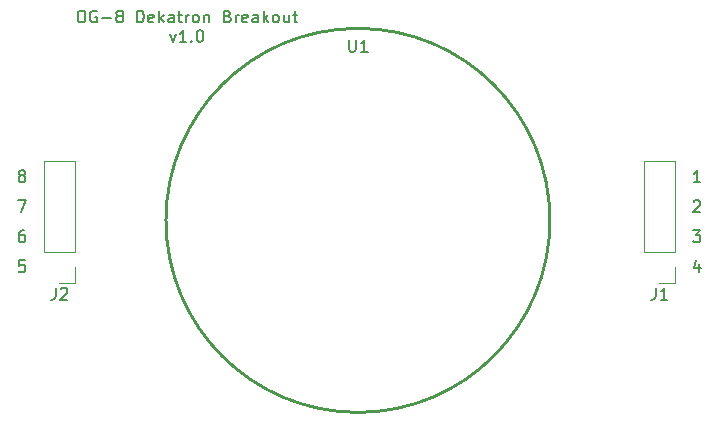
<source format=gbr>
G04 #@! TF.GenerationSoftware,KiCad,Pcbnew,(5.1.5)-3*
G04 #@! TF.CreationDate,2020-04-06T13:37:37+02:00*
G04 #@! TF.ProjectId,Dekatron_breakout,44656b61-7472-46f6-9e5f-627265616b6f,rev?*
G04 #@! TF.SameCoordinates,Original*
G04 #@! TF.FileFunction,Legend,Top*
G04 #@! TF.FilePolarity,Positive*
%FSLAX46Y46*%
G04 Gerber Fmt 4.6, Leading zero omitted, Abs format (unit mm)*
G04 Created by KiCad (PCBNEW (5.1.5)-3) date 2020-04-06 13:37:37*
%MOMM*%
%LPD*%
G04 APERTURE LIST*
%ADD10C,0.150000*%
%ADD11C,0.256000*%
%ADD12C,0.120000*%
G04 APERTURE END LIST*
D10*
X117379761Y-84970952D02*
X117284523Y-84923333D01*
X117236904Y-84875714D01*
X117189285Y-84780476D01*
X117189285Y-84732857D01*
X117236904Y-84637619D01*
X117284523Y-84590000D01*
X117379761Y-84542380D01*
X117570238Y-84542380D01*
X117665476Y-84590000D01*
X117713095Y-84637619D01*
X117760714Y-84732857D01*
X117760714Y-84780476D01*
X117713095Y-84875714D01*
X117665476Y-84923333D01*
X117570238Y-84970952D01*
X117379761Y-84970952D01*
X117284523Y-85018571D01*
X117236904Y-85066190D01*
X117189285Y-85161428D01*
X117189285Y-85351904D01*
X117236904Y-85447142D01*
X117284523Y-85494761D01*
X117379761Y-85542380D01*
X117570238Y-85542380D01*
X117665476Y-85494761D01*
X117713095Y-85447142D01*
X117760714Y-85351904D01*
X117760714Y-85161428D01*
X117713095Y-85066190D01*
X117665476Y-85018571D01*
X117570238Y-84970952D01*
X117141666Y-87082380D02*
X117808333Y-87082380D01*
X117379761Y-88082380D01*
X117665476Y-89622380D02*
X117475000Y-89622380D01*
X117379761Y-89670000D01*
X117332142Y-89717619D01*
X117236904Y-89860476D01*
X117189285Y-90050952D01*
X117189285Y-90431904D01*
X117236904Y-90527142D01*
X117284523Y-90574761D01*
X117379761Y-90622380D01*
X117570238Y-90622380D01*
X117665476Y-90574761D01*
X117713095Y-90527142D01*
X117760714Y-90431904D01*
X117760714Y-90193809D01*
X117713095Y-90098571D01*
X117665476Y-90050952D01*
X117570238Y-90003333D01*
X117379761Y-90003333D01*
X117284523Y-90050952D01*
X117236904Y-90098571D01*
X117189285Y-90193809D01*
X117713095Y-92162380D02*
X117236904Y-92162380D01*
X117189285Y-92638571D01*
X117236904Y-92590952D01*
X117332142Y-92543333D01*
X117570238Y-92543333D01*
X117665476Y-92590952D01*
X117713095Y-92638571D01*
X117760714Y-92733809D01*
X117760714Y-92971904D01*
X117713095Y-93067142D01*
X117665476Y-93114761D01*
X117570238Y-93162380D01*
X117332142Y-93162380D01*
X117236904Y-93114761D01*
X117189285Y-93067142D01*
X174815476Y-92495714D02*
X174815476Y-93162380D01*
X174577380Y-92114761D02*
X174339285Y-92829047D01*
X174958333Y-92829047D01*
X174291666Y-89622380D02*
X174910714Y-89622380D01*
X174577380Y-90003333D01*
X174720238Y-90003333D01*
X174815476Y-90050952D01*
X174863095Y-90098571D01*
X174910714Y-90193809D01*
X174910714Y-90431904D01*
X174863095Y-90527142D01*
X174815476Y-90574761D01*
X174720238Y-90622380D01*
X174434523Y-90622380D01*
X174339285Y-90574761D01*
X174291666Y-90527142D01*
X174339285Y-87177619D02*
X174386904Y-87130000D01*
X174482142Y-87082380D01*
X174720238Y-87082380D01*
X174815476Y-87130000D01*
X174863095Y-87177619D01*
X174910714Y-87272857D01*
X174910714Y-87368095D01*
X174863095Y-87510952D01*
X174291666Y-88082380D01*
X174910714Y-88082380D01*
X174910714Y-85542380D02*
X174339285Y-85542380D01*
X174625000Y-85542380D02*
X174625000Y-84542380D01*
X174529761Y-84685238D01*
X174434523Y-84780476D01*
X174339285Y-84828095D01*
X122421190Y-71017380D02*
X122611666Y-71017380D01*
X122706904Y-71065000D01*
X122802142Y-71160238D01*
X122849761Y-71350714D01*
X122849761Y-71684047D01*
X122802142Y-71874523D01*
X122706904Y-71969761D01*
X122611666Y-72017380D01*
X122421190Y-72017380D01*
X122325952Y-71969761D01*
X122230714Y-71874523D01*
X122183095Y-71684047D01*
X122183095Y-71350714D01*
X122230714Y-71160238D01*
X122325952Y-71065000D01*
X122421190Y-71017380D01*
X123802142Y-71065000D02*
X123706904Y-71017380D01*
X123564047Y-71017380D01*
X123421190Y-71065000D01*
X123325952Y-71160238D01*
X123278333Y-71255476D01*
X123230714Y-71445952D01*
X123230714Y-71588809D01*
X123278333Y-71779285D01*
X123325952Y-71874523D01*
X123421190Y-71969761D01*
X123564047Y-72017380D01*
X123659285Y-72017380D01*
X123802142Y-71969761D01*
X123849761Y-71922142D01*
X123849761Y-71588809D01*
X123659285Y-71588809D01*
X124278333Y-71636428D02*
X125040238Y-71636428D01*
X125659285Y-71445952D02*
X125564047Y-71398333D01*
X125516428Y-71350714D01*
X125468809Y-71255476D01*
X125468809Y-71207857D01*
X125516428Y-71112619D01*
X125564047Y-71065000D01*
X125659285Y-71017380D01*
X125849761Y-71017380D01*
X125945000Y-71065000D01*
X125992619Y-71112619D01*
X126040238Y-71207857D01*
X126040238Y-71255476D01*
X125992619Y-71350714D01*
X125945000Y-71398333D01*
X125849761Y-71445952D01*
X125659285Y-71445952D01*
X125564047Y-71493571D01*
X125516428Y-71541190D01*
X125468809Y-71636428D01*
X125468809Y-71826904D01*
X125516428Y-71922142D01*
X125564047Y-71969761D01*
X125659285Y-72017380D01*
X125849761Y-72017380D01*
X125945000Y-71969761D01*
X125992619Y-71922142D01*
X126040238Y-71826904D01*
X126040238Y-71636428D01*
X125992619Y-71541190D01*
X125945000Y-71493571D01*
X125849761Y-71445952D01*
X127230714Y-72017380D02*
X127230714Y-71017380D01*
X127468809Y-71017380D01*
X127611666Y-71065000D01*
X127706904Y-71160238D01*
X127754523Y-71255476D01*
X127802142Y-71445952D01*
X127802142Y-71588809D01*
X127754523Y-71779285D01*
X127706904Y-71874523D01*
X127611666Y-71969761D01*
X127468809Y-72017380D01*
X127230714Y-72017380D01*
X128611666Y-71969761D02*
X128516428Y-72017380D01*
X128325952Y-72017380D01*
X128230714Y-71969761D01*
X128183095Y-71874523D01*
X128183095Y-71493571D01*
X128230714Y-71398333D01*
X128325952Y-71350714D01*
X128516428Y-71350714D01*
X128611666Y-71398333D01*
X128659285Y-71493571D01*
X128659285Y-71588809D01*
X128183095Y-71684047D01*
X129087857Y-72017380D02*
X129087857Y-71017380D01*
X129183095Y-71636428D02*
X129468809Y-72017380D01*
X129468809Y-71350714D02*
X129087857Y-71731666D01*
X130325952Y-72017380D02*
X130325952Y-71493571D01*
X130278333Y-71398333D01*
X130183095Y-71350714D01*
X129992619Y-71350714D01*
X129897380Y-71398333D01*
X130325952Y-71969761D02*
X130230714Y-72017380D01*
X129992619Y-72017380D01*
X129897380Y-71969761D01*
X129849761Y-71874523D01*
X129849761Y-71779285D01*
X129897380Y-71684047D01*
X129992619Y-71636428D01*
X130230714Y-71636428D01*
X130325952Y-71588809D01*
X130659285Y-71350714D02*
X131040238Y-71350714D01*
X130802142Y-71017380D02*
X130802142Y-71874523D01*
X130849761Y-71969761D01*
X130945000Y-72017380D01*
X131040238Y-72017380D01*
X131373571Y-72017380D02*
X131373571Y-71350714D01*
X131373571Y-71541190D02*
X131421190Y-71445952D01*
X131468809Y-71398333D01*
X131564047Y-71350714D01*
X131659285Y-71350714D01*
X132135476Y-72017380D02*
X132040238Y-71969761D01*
X131992619Y-71922142D01*
X131945000Y-71826904D01*
X131945000Y-71541190D01*
X131992619Y-71445952D01*
X132040238Y-71398333D01*
X132135476Y-71350714D01*
X132278333Y-71350714D01*
X132373571Y-71398333D01*
X132421190Y-71445952D01*
X132468809Y-71541190D01*
X132468809Y-71826904D01*
X132421190Y-71922142D01*
X132373571Y-71969761D01*
X132278333Y-72017380D01*
X132135476Y-72017380D01*
X132897380Y-71350714D02*
X132897380Y-72017380D01*
X132897380Y-71445952D02*
X132945000Y-71398333D01*
X133040238Y-71350714D01*
X133183095Y-71350714D01*
X133278333Y-71398333D01*
X133325952Y-71493571D01*
X133325952Y-72017380D01*
X134897380Y-71493571D02*
X135040238Y-71541190D01*
X135087857Y-71588809D01*
X135135476Y-71684047D01*
X135135476Y-71826904D01*
X135087857Y-71922142D01*
X135040238Y-71969761D01*
X134945000Y-72017380D01*
X134564047Y-72017380D01*
X134564047Y-71017380D01*
X134897380Y-71017380D01*
X134992619Y-71065000D01*
X135040238Y-71112619D01*
X135087857Y-71207857D01*
X135087857Y-71303095D01*
X135040238Y-71398333D01*
X134992619Y-71445952D01*
X134897380Y-71493571D01*
X134564047Y-71493571D01*
X135564047Y-72017380D02*
X135564047Y-71350714D01*
X135564047Y-71541190D02*
X135611666Y-71445952D01*
X135659285Y-71398333D01*
X135754523Y-71350714D01*
X135849761Y-71350714D01*
X136564047Y-71969761D02*
X136468809Y-72017380D01*
X136278333Y-72017380D01*
X136183095Y-71969761D01*
X136135476Y-71874523D01*
X136135476Y-71493571D01*
X136183095Y-71398333D01*
X136278333Y-71350714D01*
X136468809Y-71350714D01*
X136564047Y-71398333D01*
X136611666Y-71493571D01*
X136611666Y-71588809D01*
X136135476Y-71684047D01*
X137468809Y-72017380D02*
X137468809Y-71493571D01*
X137421190Y-71398333D01*
X137325952Y-71350714D01*
X137135476Y-71350714D01*
X137040238Y-71398333D01*
X137468809Y-71969761D02*
X137373571Y-72017380D01*
X137135476Y-72017380D01*
X137040238Y-71969761D01*
X136992619Y-71874523D01*
X136992619Y-71779285D01*
X137040238Y-71684047D01*
X137135476Y-71636428D01*
X137373571Y-71636428D01*
X137468809Y-71588809D01*
X137945000Y-72017380D02*
X137945000Y-71017380D01*
X138040238Y-71636428D02*
X138325952Y-72017380D01*
X138325952Y-71350714D02*
X137945000Y-71731666D01*
X138897380Y-72017380D02*
X138802142Y-71969761D01*
X138754523Y-71922142D01*
X138706904Y-71826904D01*
X138706904Y-71541190D01*
X138754523Y-71445952D01*
X138802142Y-71398333D01*
X138897380Y-71350714D01*
X139040238Y-71350714D01*
X139135476Y-71398333D01*
X139183095Y-71445952D01*
X139230714Y-71541190D01*
X139230714Y-71826904D01*
X139183095Y-71922142D01*
X139135476Y-71969761D01*
X139040238Y-72017380D01*
X138897380Y-72017380D01*
X140087857Y-71350714D02*
X140087857Y-72017380D01*
X139659285Y-71350714D02*
X139659285Y-71874523D01*
X139706904Y-71969761D01*
X139802142Y-72017380D01*
X139945000Y-72017380D01*
X140040238Y-71969761D01*
X140087857Y-71922142D01*
X140421190Y-71350714D02*
X140802142Y-71350714D01*
X140564047Y-71017380D02*
X140564047Y-71874523D01*
X140611666Y-71969761D01*
X140706904Y-72017380D01*
X140802142Y-72017380D01*
X130016428Y-73000714D02*
X130254523Y-73667380D01*
X130492619Y-73000714D01*
X131397380Y-73667380D02*
X130825952Y-73667380D01*
X131111666Y-73667380D02*
X131111666Y-72667380D01*
X131016428Y-72810238D01*
X130921190Y-72905476D01*
X130825952Y-72953095D01*
X131825952Y-73572142D02*
X131873571Y-73619761D01*
X131825952Y-73667380D01*
X131778333Y-73619761D01*
X131825952Y-73572142D01*
X131825952Y-73667380D01*
X132492619Y-72667380D02*
X132587857Y-72667380D01*
X132683095Y-72715000D01*
X132730714Y-72762619D01*
X132778333Y-72857857D01*
X132825952Y-73048333D01*
X132825952Y-73286428D01*
X132778333Y-73476904D01*
X132730714Y-73572142D01*
X132683095Y-73619761D01*
X132587857Y-73667380D01*
X132492619Y-73667380D01*
X132397380Y-73619761D01*
X132349761Y-73572142D01*
X132302142Y-73476904D01*
X132254523Y-73286428D01*
X132254523Y-73048333D01*
X132302142Y-72857857D01*
X132349761Y-72762619D01*
X132397380Y-72715000D01*
X132492619Y-72667380D01*
D11*
X162180001Y-88774001D02*
G75*
G03X162180001Y-88774001I-16256000J0D01*
G01*
D12*
X172780000Y-83760000D02*
X170120000Y-83760000D01*
X172780000Y-91440000D02*
X172780000Y-83760000D01*
X170120000Y-91440000D02*
X170120000Y-83760000D01*
X172780000Y-91440000D02*
X170120000Y-91440000D01*
X172780000Y-92710000D02*
X172780000Y-94040000D01*
X172780000Y-94040000D02*
X171450000Y-94040000D01*
X121980000Y-94040000D02*
X120650000Y-94040000D01*
X121980000Y-92710000D02*
X121980000Y-94040000D01*
X121980000Y-91440000D02*
X119320000Y-91440000D01*
X119320000Y-91440000D02*
X119320000Y-83760000D01*
X121980000Y-91440000D02*
X121980000Y-83760000D01*
X121980000Y-83760000D02*
X119320000Y-83760000D01*
D10*
X145162096Y-73494381D02*
X145162096Y-74303905D01*
X145209715Y-74399143D01*
X145257334Y-74446762D01*
X145352572Y-74494381D01*
X145543048Y-74494381D01*
X145638286Y-74446762D01*
X145685905Y-74399143D01*
X145733524Y-74303905D01*
X145733524Y-73494381D01*
X146733524Y-74494381D02*
X146162096Y-74494381D01*
X146447810Y-74494381D02*
X146447810Y-73494381D01*
X146352572Y-73637239D01*
X146257334Y-73732477D01*
X146162096Y-73780096D01*
X171116666Y-94492380D02*
X171116666Y-95206666D01*
X171069047Y-95349523D01*
X170973809Y-95444761D01*
X170830952Y-95492380D01*
X170735714Y-95492380D01*
X172116666Y-95492380D02*
X171545238Y-95492380D01*
X171830952Y-95492380D02*
X171830952Y-94492380D01*
X171735714Y-94635238D01*
X171640476Y-94730476D01*
X171545238Y-94778095D01*
X120316666Y-94492380D02*
X120316666Y-95206666D01*
X120269047Y-95349523D01*
X120173809Y-95444761D01*
X120030952Y-95492380D01*
X119935714Y-95492380D01*
X120745238Y-94587619D02*
X120792857Y-94540000D01*
X120888095Y-94492380D01*
X121126190Y-94492380D01*
X121221428Y-94540000D01*
X121269047Y-94587619D01*
X121316666Y-94682857D01*
X121316666Y-94778095D01*
X121269047Y-94920952D01*
X120697619Y-95492380D01*
X121316666Y-95492380D01*
M02*

</source>
